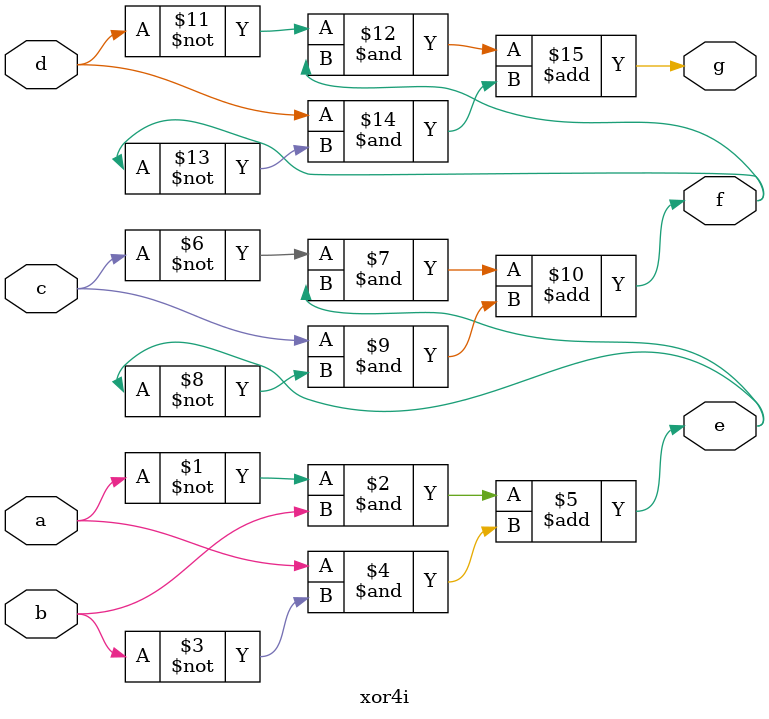
<source format=v>
`timescale 1ns / 1ps


module xor4i(
   input a,b,c,d,
   output e,f,g

   );
   assign e = (~a&b)+(a&~b);
   assign f = (~c&e)+(c&~e);
   assign g = (~d&f)+(d&~f);
endmodule

</source>
